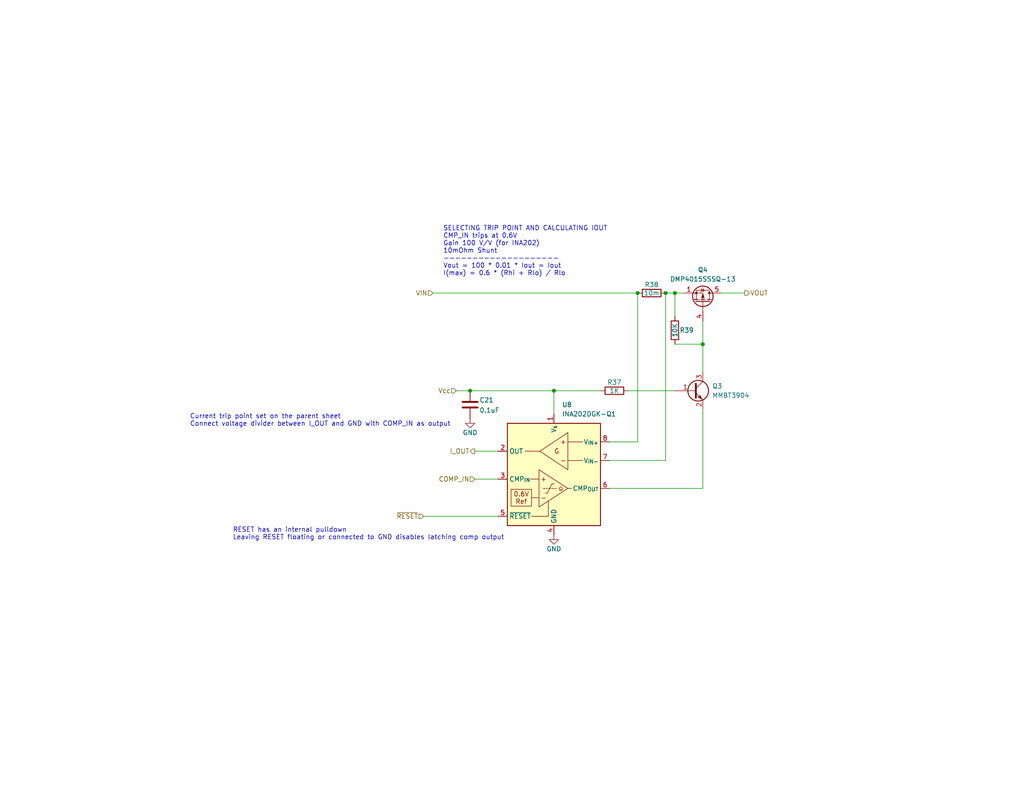
<source format=kicad_sch>
(kicad_sch (version 20231120) (generator "eeschema") (generator_version "8.0")
  (paper "USLetter")
  (title_block (comment 1 "LCL for Vin not within 2.7 to 5.5V"))
  (lib_symbols
    (symbol "Amplifier_Current:INA200DGK"
      (property "Reference" "U" (at -10.16 17.78 0))
      (property "Value" "INA200DGK" (at 10.16 17.78 0))
      (symbol "INA200DGK_0_0"
        (rectangle (start -11.684 -9.906) (end -6.096 -5.334) (stroke (width 0.1524)))
        (polyline (pts (xy -7.874 5.08) (xy -3.81 5.08)) (stroke (width 0.1524)))
        (polyline (pts (xy -6.35 -2.54) (xy -4.064 -2.54)) (stroke (width 0.1524)))
        (polyline (pts (xy -6.096 -7.62) (xy -4.064 -7.62)) (stroke (width 0.1524)))
        (polyline (pts (xy 3.81 -5.08) (xy 4.826 -5.08)) (stroke (width 0.1524)))
        (polyline (pts (xy -6.096 -12.7) (xy -1.524 -12.7) (xy -1.524 -8.636)) (stroke (width 0.1524)))
        (polyline (pts (xy -4.064 0) (xy -4.064 -10.16) (xy 3.81 -5.08) (xy -4.064 0)) (stroke (width 0.1524)) (fill (type background)))
        (polyline (pts (xy 3.81 10.16) (xy 3.81 0) (xy -3.81 5.08) (xy 3.81 10.16)) (stroke (width 0.1524)) (fill (type background)))
        (text "+" (at -2.794 -2.54 0) (effects (font (size 1.27 1.27))))
        (text "+" (at 2.54 7.62 0) (effects (font (size 1.27 1.27))))
        (text "-" (at -2.794 -7.62 0) (effects (font (size 1.27 1.27))))
        (text "-" (at 2.54 2.54 0) (effects (font (size 1.27 1.27))))
        (text "G" (at 0.762 5.08 0) (effects (font (size 1.27 1.27))))
        (text "Ref" (at -8.89 -8.636 0) (effects (font (size 1.27 1.27))))
      )
      (symbol "INA200DGK_0_1"
        (rectangle (start -12.7 12.7) (end 12.7 -15.24) (stroke (width 0.254)) (fill (type background)))
        (polyline (pts (xy -2.413 -5.08) (xy -2.921 -5.08)))
        (polyline (pts (xy -1.651 -5.08) (xy -2.159 -5.08)))
        (polyline (pts (xy -1.397 -5.08) (xy -0.889 -5.08)))
        (polyline (pts (xy -0.635 -5.08) (xy -0.127 -5.08)))
        (polyline (pts (xy 0.127 -5.08) (xy 0.635 -5.08)))
        (polyline (pts (xy 3.81 2.54) (xy 7.874 2.54)) (stroke (width 0.1524)))
        (polyline (pts (xy 7.874 7.62) (xy 3.81 7.62)) (stroke (width 0.1524)))
        (polyline (pts (xy -2.413 -6.35) (xy -1.778 -6.35) (xy -0.508 -3.81) (xy 0.127 -3.81)))
        (polyline (pts (xy 1.397 -5.588) (xy 1.905 -5.588) (xy 1.397 -5.08) (xy 1.905 -4.572) (xy 2.413 -5.08) (xy 1.905 -5.588) (xy 2.413 -5.588)) (stroke (width 0.127)))
      )
      (symbol "INA200DGK_1_0"
        (text "0.6V" (at -8.89 -6.604 0) (effects (font (size 1.27 1.27))))
      )
      (symbol "INA200DGK_1_1"
        (pin power_in line (at 0 15.24 270) (length 2.54) (name "V_{s}") (number "1"))
        (pin output line (at -15.24 5.08 0) (length 2.54) (name "OUT") (number "2"))
        (pin input line (at -15.24 -2.54 0) (length 2.54) (name "CMP_{IN}") (number "3"))
        (pin power_in line (at 0 -17.78 90) (length 2.54) (name "GND") (number "4"))
        (pin input line (at -15.24 -12.7 0) (length 2.54) (name "~{RESET}") (number "5"))
        (pin open_collector line (at 15.24 -5.08 180) (length 2.54) (name "CMP_{OUT}") (number "6"))
        (pin input line (at 15.24 2.54 180) (length 2.54) (name "V_{IN-}") (number "7"))
        (pin input line (at 15.24 7.62 180) (length 2.54) (name "V_{IN+}") (number "8"))
      )
    )
    (symbol "Device:C" (pin_numbers hide) (pin_names (offset 0.254))
      (property "Reference" "C" (at 0.635 2.54 0))
      (property "Value" "C" (at 0.635 -2.54 0))
      (symbol "C_0_1"
        (polyline (pts (xy -2.032 -0.762) (xy 2.032 -0.762)) (stroke (width 0.508)))
        (polyline (pts (xy -2.032 0.762) (xy 2.032 0.762)) (stroke (width 0.508)))
      )
      (symbol "C_1_1"
        (pin passive line (at 0 3.81 270) (length 2.794) (name "~") (number "1"))
        (pin passive line (at 0 -3.81 90) (length 2.794) (name "~") (number "2"))
      )
    )
    (symbol "Device:R" (pin_numbers hide) (pin_names (offset 0))
      (property "Reference" "R" (at 2.032 0 90))
      (property "Value" "R" (at 0 0 90))
      (symbol "R_0_1"
        (rectangle (start -1.016 -2.54) (end 1.016 2.54) (stroke (width 0.254)))
      )
      (symbol "R_1_1"
        (pin passive line (at 0 3.81 270) (length 1.27) (name "~") (number "1"))
        (pin passive line (at 0 -3.81 90) (length 1.27) (name "~") (number "2"))
      )
    )
    (symbol "Transistor_BJT:MMBT3904" (pin_names (offset 0) hide)
      (property "Reference" "Q" (at 5.08 1.905 0))
      (property "Value" "MMBT3904" (at 5.08 0 0))
      (symbol "MMBT3904_0_1"
        (polyline (pts (xy 0.635 0.635) (xy 2.54 2.54)))
        (polyline (pts (xy 0.635 -0.635) (xy 2.54 -2.54) (xy 2.54 -2.54)))
        (polyline (pts (xy 0.635 1.905) (xy 0.635 -1.905) (xy 0.635 -1.905)) (stroke (width 0.508)))
        (polyline (pts (xy 1.27 -1.778) (xy 1.778 -1.27) (xy 2.286 -2.286) (xy 1.27 -1.778) (xy 1.27 -1.778)) (fill (type outline)))
        (circle (center 1.27 0) (radius 2.8194) (stroke (width 0.254)))
      )
      (symbol "MMBT3904_1_1"
        (pin input line (at -5.08 0 0) (length 5.715) (name "B") (number "1"))
        (pin passive line (at 2.54 -5.08 90) (length 2.54) (name "E") (number "2"))
        (pin passive line (at 2.54 5.08 270) (length 2.54) (name "C") (number "3"))
      )
    )
    (symbol "Transistor_FET:IRF7404" (pin_names hide)
      (property "Reference" "Q" (at 5.08 1.905 0))
      (property "Value" "IRF7404" (at 5.08 0 0))
      (symbol "IRF7404_0_1"
        (polyline (pts (xy 0.254 0) (xy -2.54 0)))
        (polyline (pts (xy 0.254 1.905) (xy 0.254 -1.905)) (stroke (width 0.254)))
        (polyline (pts (xy 0.762 -1.27) (xy 0.762 -2.286)) (stroke (width 0.254)))
        (polyline (pts (xy 0.762 0.508) (xy 0.762 -0.508)) (stroke (width 0.254)))
        (polyline (pts (xy 0.762 2.286) (xy 0.762 1.27)) (stroke (width 0.254)))
        (polyline (pts (xy 2.54 2.54) (xy 2.54 1.778)))
        (polyline (pts (xy 2.54 -2.54) (xy 2.54 0) (xy 0.762 0)))
        (polyline (pts (xy 0.762 1.778) (xy 3.302 1.778) (xy 3.302 -1.778) (xy 0.762 -1.778)))
        (polyline (pts (xy 2.286 0) (xy 1.27 0.381) (xy 1.27 -0.381) (xy 2.286 0)) (fill (type outline)))
        (polyline (pts (xy 2.794 -0.508) (xy 2.921 -0.381) (xy 3.683 -0.381) (xy 3.81 -0.254)))
        (polyline (pts (xy 3.302 -0.381) (xy 2.921 0.254) (xy 3.683 0.254) (xy 3.302 -0.381)))
        (circle (center 1.651 0) (radius 2.794) (stroke (width 0.254)))
        (circle (center 2.54 -1.778) (radius 0.254) (fill (type outline)))
        (circle (center 2.54 1.778) (radius 0.254) (fill (type outline)))
      )
      (symbol "IRF7404_1_1"
        (pin passive line (at 2.54 -5.08 90) (length 2.54) (name "S") (number "1"))
        (pin passive line (at 2.54 -5.08 90) (length 2.54) hide (name "S") (number "2"))
        (pin passive line (at 2.54 -5.08 90) (length 2.54) hide (name "S") (number "3"))
        (pin passive line (at -5.08 0 0) (length 2.54) (name "G") (number "4"))
        (pin passive line (at 2.54 5.08 270) (length 2.54) (name "D") (number "5"))
        (pin passive line (at 2.54 5.08 270) (length 2.54) hide (name "D") (number "6"))
        (pin passive line (at 2.54 5.08 270) (length 2.54) hide (name "D") (number "7"))
        (pin passive line (at 2.54 5.08 270) (length 2.54) hide (name "D") (number "8"))
      )
    )
    (symbol "power:GND" (power) (pin_numbers hide) (pin_names (offset 0) hide)
      (property "Value" "GND" (at 0 -3.81 0))
      (symbol "GND_0_1"
        (polyline (pts (xy 0 0) (xy 0 -1.27) (xy 1.27 -1.27) (xy 0 -2.54) (xy -1.27 -1.27) (xy 0 -1.27)))
      )
      (symbol "GND_1_1"
        (pin power_in line (at 0 0 270) (length 0) (name "~") (number "1"))
      )
    )
  )
  (junction (at 173.99 80.01))
  (junction (at 151.13 106.68))
  (junction (at 128.27 106.68))
  (junction (at 184.15 80.01))
  (junction (at 191.77 93.98))
  (junction (at 181.61 80.01))
  (wire (pts (xy 191.77 101.6) (xy 191.77 93.98)))
  (wire (pts (xy 124.46 106.68) (xy 128.27 106.68)))
  (wire (pts (xy 151.13 106.68) (xy 151.13 113.03)))
  (wire (pts (xy 128.27 106.68) (xy 151.13 106.68)))
  (wire (pts (xy 118.11 80.01) (xy 173.99 80.01)))
  (wire (pts (xy 173.99 120.65) (xy 166.37 120.65)))
  (wire (pts (xy 184.15 80.01) (xy 186.69 80.01)))
  (wire (pts (xy 196.85 80.01) (xy 203.2 80.01)))
  (wire (pts (xy 184.15 80.01) (xy 184.15 86.36)))
  (wire (pts (xy 171.45 106.68) (xy 184.15 106.68)))
  (wire (pts (xy 191.77 133.35) (xy 166.37 133.35)))
  (wire (pts (xy 151.13 106.68) (xy 163.83 106.68)))
  (wire (pts (xy 115.57 140.97) (xy 135.89 140.97)))
  (wire (pts (xy 191.77 93.98) (xy 191.77 87.63)))
  (wire (pts (xy 129.54 130.81) (xy 135.89 130.81)))
  (wire (pts (xy 184.15 93.98) (xy 191.77 93.98)))
  (wire (pts (xy 166.37 125.73) (xy 181.61 125.73)))
  (wire (pts (xy 181.61 125.73) (xy 181.61 80.01)))
  (wire (pts (xy 129.54 123.19) (xy 135.89 123.19)))
  (wire (pts (xy 181.61 80.01) (xy 184.15 80.01)))
  (wire (pts (xy 191.77 133.35) (xy 191.77 111.76)))
  (wire (pts (xy 173.99 80.01) (xy 173.99 120.65)))
  (text "RESET has an internal pulldown\nLeaving RESET floating or connected to GND disables latching comp output\n" (at 63.5 145.796 0) (effects (font (size 1.27 1.27)) (justify left)))
  (text "SELECTING TRIP POINT AND CALCULATING IOUT\nCMP_IN trips at 0.6V\nGain 100 V/V (for INA202)\n10mOhm Shunt\n--------------------\nVout = 100 * 0.01 * Iout = Iout\nI(max) = 0.6 * (Rhi + Rlo) / Rlo" (at 120.904 68.58 0) (effects (font (size 1.27 1.27)) (justify left)))
  (text "Current trip point set on the parent sheet\nConnect voltage divider between I_OUT and GND with COMP_IN as output" (at 51.816 114.808 0) (effects (font (size 1.27 1.27)) (justify left)))
  (hierarchical_label "~{RESET}" (shape input) (at 115.57 140.97 180))
  (hierarchical_label "I_OUT" (shape output) (at 129.54 123.19 180))
  (hierarchical_label "Vcc" (shape input) (at 124.46 106.68 180))
  (hierarchical_label "VIN" (shape input) (at 118.11 80.01 180))
  (hierarchical_label "VOUT" (shape output) (at 203.2 80.01 0))
  (hierarchical_label "COMP_IN" (shape input) (at 129.54 130.81 180))
  (symbol (lib_id "power:GND") (at 128.27 114.3 0) (unit 1)
    (property "Reference" "#PWR047" (effects (hide yes)))
    (property "Value" "GND" (at 128.27 118.11 0))
    (property "Description" "Power symbol creates a global label with name \"GND\" , ground" (effects (hide yes)))
  )
  (symbol (lib_id "Device:R") (at 167.64 106.68 90) (unit 1)
    (property "Reference" "R37" (at 167.64 104.394 90))
    (property "Value" "1K" (at 167.64 106.68 90))
    (property "Description" "Resistor" (effects (hide yes)))
  )
  (symbol (lib_id "Device:C") (at 128.27 110.49 0) (unit 1)
    (property "Reference" "C21" (at 130.81 109.22 0) (effects (justify left)))
    (property "Value" "0.1uF" (at 130.81 112.014 0) (effects (justify left)))
    (property "Footprint" "Capacitor_SMD:C_0603_1608Metric" (effects (hide yes)))
    (property "Description" "Unpolarized capacitor" (effects (hide yes)))
  )
  (symbol (lib_id "Device:R") (at 184.15 90.17 0) (unit 1)
    (property "Reference" "R39" (at 185.42 90.17 0) (effects (justify left)))
    (property "Value" "10K" (at 184.15 90.17 90))
    (property "Description" "Resistor" (effects (hide yes)))
  )
  (symbol (lib_id "Transistor_FET:IRF7404") (at 191.77 82.55 270) (mirror x) (unit 1)
    (property "Reference" "Q4" (at 191.77 73.66 90))
    (property "Value" "DMP4015SSSQ-13" (at 191.77 76.2 90))
    (property "Footprint" "Package_SO:SOIC-8_3.9x4.9mm_P1.27mm" (effects (hide yes)))
    (property "Datasheet" "http://www.infineon.com/dgdl/irf7404.pdf?fileId=5546d462533600a4015355fa2b5b1b9e" (effects (hide yes)))
    (property "Description" "-6.7A Id, -20V Vds, P-Channel HEXFET Power MOSFET, SO-8" (effects (hide yes)))
  )
  (symbol (lib_id "Transistor_BJT:MMBT3904") (at 189.23 106.68 0) (unit 1)
    (property "Reference" "Q3" (at 194.31 105.4099 0) (effects (justify left)))
    (property "Value" "MMBT3904" (at 194.31 107.9499 0) (effects (justify left)))
    (property "Footprint" "Package_TO_SOT_SMD:SOT-23" (effects (hide yes)))
    (property "Datasheet" "https://www.onsemi.com/pdf/datasheet/pzt3904-d.pdf" (effects (hide yes)))
    (property "Description" "0.2A Ic, 40V Vce, Small Signal NPN Transistor, SOT-23" (effects (hide yes)))
  )
  (symbol (lib_id "power:GND") (at 151.13 146.05 0) (unit 1)
    (property "Reference" "#PWR048" (effects (hide yes)))
    (property "Value" "GND" (at 151.13 149.86 0))
    (property "Description" "Power symbol creates a global label with name \"GND\" , ground" (effects (hide yes)))
  )
  (symbol (lib_id "Amplifier_Current:INA200DGK") (at 151.13 128.27 0) (unit 1)
    (property "Reference" "U8" (at 153.3241 110.49 0) (effects (justify left)))
    (property "Value" "INA202DGK-Q1" (at 153.3241 113.03 0) (effects (justify left)))
    (property "Footprint" "Package_SO:VSSOP-8_3.0x3.0mm_P0.65mm" (effects (hide yes)))
    (property "Datasheet" "https://www.ti.com/lit/ds/symlink/ina201.pdf" (effects (hide yes)))
    (property "Description" "Current Shunt Monitor, integrated comparator and reference, -16V to +80V Common-Mode Range, 20V/V, VSSOP-8" (effects (hide yes)))
  )
  (symbol (lib_id "Device:R") (at 177.8 80.01 90) (unit 1)
    (property "Reference" "R38" (at 177.8 77.724 90))
    (property "Value" "10m" (at 177.8 80.01 90))
    (property "Description" "Resistor" (effects (hide yes)))
  )
)
</source>
